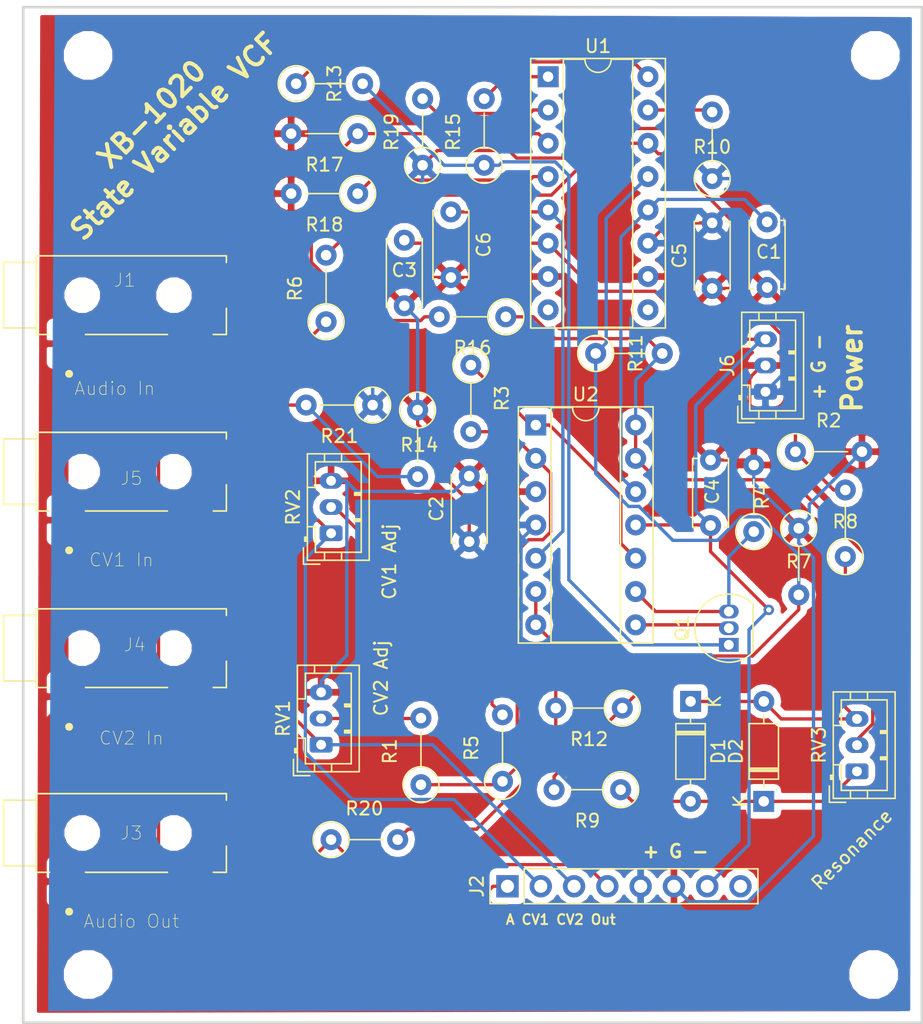
<source format=kicad_pcb>
(kicad_pcb (version 20171130) (host pcbnew "(5.0.1)-rc2")
  (layers (0 F.Cu signal) (31 B.Cu signal) (34 B.Paste user) (35 F.Paste user) (36 B.SilkS user) (37 F.SilkS user) (38 B.Mask user) (39 F.Mask user) (44 Edge.Cuts user))
  (net 0 "")
  (net 1 GND)
  (net 2 "Net-(C1-Pad1)")
  (net 3 +9V)
  (net 4 -9V)
  (net 5 "Net-(C6-Pad1)")
  (net 6 "Net-(D1-Pad1)")
  (net 7 "Net-(D1-Pad2)")
  (net 8 AudioIn)
  (net 9 Out1)
  (net 10 CV_In2)
  (net 11 CV_In1)
  (net 12 "Net-(Q1-Pad2)")
  (net 13 "Net-(Q1-Pad3)")
  (net 14 "Net-(Q1-Pad1)")
  (net 15 "Net-(R1-Pad1)")
  (net 16 "Net-(R1-Pad2)")
  (net 17 "Net-(R2-Pad1)")
  (net 18 "Net-(R3-Pad1)")
  (net 19 "Net-(R5-Pad2)")
  (net 20 "Net-(R11-Pad1)")
  (net 21 "Net-(R10-Pad2)")
  (net 22 "Net-(R11-Pad2)")
  (net 23 "Net-(R12-Pad2)")
  (net 24 "Net-(R13-Pad1)")
  (net 25 "Net-(J5-PadTN)")
  (net 26 "Net-(R15-Pad2)")
  (net 27 "Net-(R16-Pad2)")
  (net 28 "Net-(R18-Pad1)")
  (net 29 "Net-(R19-Pad2)")
  (net 30 "Net-(U1-Pad9)")
  (net 31 "Net-(U1-Pad8)")
  (net 32 "Net-(J4-PadTN)")
  (net 33 "Net-(J1-PadTN)")
  (net 34 "Net-(J3-PadTN)")
  (net 35 "Net-(J2-Pad8)")
  (module MountingHole:MountingHole_2.7mm_M2.5_ISO7380 (layer F.Cu) (at 82.423 69.723 90)
    (fp_text reference REF** hide)
    (fp_text value MountingHole_2.7mm_M2.5_ISO7380)
    (pad 1 np_thru_hole circle (at 0 0 90) (size 2.7 2.7) (drill 2.7) (layers *.Cu *.Mask))
  )
  (module MountingHole:MountingHole_2.7mm_M2.5_ISO7380 (layer F.Cu) (at 142.494 69.723 90)
    (fp_text reference REF** hide)
    (fp_text value MountingHole_2.7mm_M2.5_ISO7380)
    (pad 1 np_thru_hole circle (at 0 0 90) (size 2.7 2.7) (drill 2.7) (layers *.Cu *.Mask))
  )
  (module MountingHole:MountingHole_2.7mm_M2.5_ISO7380 (layer F.Cu) (at 142.367 139.827 90)
    (fp_text reference REF** hide)
    (fp_text value MountingHole_2.7mm_M2.5_ISO7380)
    (pad 1 np_thru_hole circle (at 0 0 90) (size 2.7 2.7) (drill 2.7) (layers *.Cu *.Mask))
  )
  (module Connector_JST:JST_PH_B3B-PH-K_1x03_P2.00mm_Vertical (layer F.Cu) (at 134.112 95.377 90)
    (fp_text reference J6 (at 2 -2.9 90) (layer F.SilkS))
    (fp_text value Conn_01x03_Female)
    (pad 1 thru_hole roundrect (at 0 0 90) (size 1.2 1.75) (drill 0.75) (layers *.Cu *.Mask) (roundrect_rratio 0.208333) (net 3 +9V))
    (pad 2 thru_hole oval (at 2 0 90) (size 1.2 1.75) (drill 0.75) (layers *.Cu *.Mask) (net 1 GND))
    (pad 3 thru_hole oval (at 4 0 90) (size 1.2 1.75) (drill 0.75) (layers *.Cu *.Mask) (net 4 -9V))
  )
  (module Connector_PinHeader_2.54mm:PinHeader_1x08_P2.54mm_Vertical (layer F.Cu) (at 114.427 133.096 90)
    (fp_text reference J2 (at 0 -2.33 90) (layer F.SilkS))
    (fp_text value TestPoints)
    (pad 1 thru_hole rect (at 0 0 90) (size 1.7 1.7) (drill 1) (layers *.Cu *.Mask) (net 8 AudioIn))
    (pad 2 thru_hole oval (at 0 2.54 90) (size 1.7 1.7) (drill 1) (layers *.Cu *.Mask) (net 11 CV_In1))
    (pad 3 thru_hole oval (at 0 5.08 90) (size 1.7 1.7) (drill 1) (layers *.Cu *.Mask) (net 10 CV_In2))
    (pad 4 thru_hole oval (at 0 7.62 90) (size 1.7 1.7) (drill 1) (layers *.Cu *.Mask) (net 9 Out1))
    (pad 5 thru_hole oval (at 0 10.16 90) (size 1.7 1.7) (drill 1) (layers *.Cu *.Mask) (net 3 +9V))
    (pad 6 thru_hole oval (at 0 12.7 90) (size 1.7 1.7) (drill 1) (layers *.Cu *.Mask) (net 1 GND))
    (pad 7 thru_hole oval (at 0 15.24 90) (size 1.7 1.7) (drill 1) (layers *.Cu *.Mask) (net 4 -9V))
    (pad 8 thru_hole oval (at 0 17.78 90) (size 1.7 1.7) (drill 1) (layers *.Cu *.Mask) (net 35 "Net-(J2-Pad8)"))
  )
  (module SJ2-3592B-SMT-TR:CUI_SJ2-3592B-SMT-TR (layer F.Cu) (at 85.725 88.011)
    (fp_text reference J1 (at -0.508 -1.143) (layer F.SilkS) (effects (font (size 1.00194 1.00194) (thickness 0.05))))
    (fp_text value "Audio In" (at -1.27 7.112) (layer F.SilkS) (effects (font (size 1.00016 1.00016) (thickness 0.05))))
    (pad Hole np_thru_hole circle (at 3.25 0) (size 1.7 1.7) (drill 1.7) (layers *.Cu *.Mask F.SilkS))
    (pad Hole np_thru_hole circle (at -3.75 0) (size 1.7 1.7) (drill 1.7) (layers *.Cu *.Mask F.SilkS))
    (pad TN smd rect (at 8.55 -0.75) (size 2.6 2.8) (layers F.Cu F.Paste F.Mask) (net 33 "Net-(J1-PadTN)"))
    (pad T smd rect (at 4.55 3.7) (size 2.8 2.8) (layers F.Cu F.Paste F.Mask) (net 8 AudioIn))
    (pad S smd rect (at -4.85 3.7) (size 2.2 2.8) (layers F.Cu F.Paste F.Mask) (net 1 GND))
  )
  (module SJ2-3592B-SMT-TR:CUI_SJ2-3592B-SMT-TR (layer F.Cu) (at 85.725 101.473)
    (fp_text reference J5 (at 0 0.508) (layer F.SilkS) (effects (font (size 1.00194 1.00194) (thickness 0.05))))
    (fp_text value "CV1 In" (at -0.762 6.731) (layer F.SilkS) (effects (font (size 1.00016 1.00016) (thickness 0.05))))
    (pad S smd rect (at -4.85 3.7) (size 2.2 2.8) (layers F.Cu F.Paste F.Mask) (net 1 GND))
    (pad T smd rect (at 4.55 3.7) (size 2.8 2.8) (layers F.Cu F.Paste F.Mask) (net 11 CV_In1))
    (pad TN smd rect (at 8.55 -0.75) (size 2.6 2.8) (layers F.Cu F.Paste F.Mask) (net 25 "Net-(J5-PadTN)"))
    (pad Hole np_thru_hole circle (at -3.75 0) (size 1.7 1.7) (drill 1.7) (layers *.Cu *.Mask F.SilkS))
    (pad Hole np_thru_hole circle (at 3.25 0) (size 1.7 1.7) (drill 1.7) (layers *.Cu *.Mask F.SilkS))
  )
  (module SJ2-3592B-SMT-TR:CUI_SJ2-3592B-SMT-TR (layer F.Cu) (at 85.725 114.935)
    (fp_text reference J4 (at 0.254 -0.254) (layer F.SilkS) (effects (font (size 1.00194 1.00194) (thickness 0.05))))
    (fp_text value "CV2 In" (at 0 6.858) (layer F.SilkS) (effects (font (size 1.00016 1.00016) (thickness 0.05))))
    (pad Hole np_thru_hole circle (at 3.25 0) (size 1.7 1.7) (drill 1.7) (layers *.Cu *.Mask F.SilkS))
    (pad Hole np_thru_hole circle (at -3.75 0) (size 1.7 1.7) (drill 1.7) (layers *.Cu *.Mask F.SilkS))
    (pad TN smd rect (at 8.55 -0.75) (size 2.6 2.8) (layers F.Cu F.Paste F.Mask) (net 32 "Net-(J4-PadTN)"))
    (pad T smd rect (at 4.55 3.7) (size 2.8 2.8) (layers F.Cu F.Paste F.Mask) (net 10 CV_In2))
    (pad S smd rect (at -4.85 3.7) (size 2.2 2.8) (layers F.Cu F.Paste F.Mask) (net 1 GND))
  )
  (module SJ2-3592B-SMT-TR:CUI_SJ2-3592B-SMT-TR (layer F.Cu) (at 85.725 129.032)
    (fp_text reference J3 (at 0 0) (layer F.SilkS) (effects (font (size 1.00194 1.00194) (thickness 0.05))))
    (fp_text value "Audio Out" (at 0 6.731) (layer F.SilkS) (effects (font (size 1.00016 1.00016) (thickness 0.05))))
    (pad S smd rect (at -4.85 3.7) (size 2.2 2.8) (layers F.Cu F.Paste F.Mask) (net 1 GND))
    (pad T smd rect (at 4.55 3.7) (size 2.8 2.8) (layers F.Cu F.Paste F.Mask) (net 9 Out1))
    (pad TN smd rect (at 8.55 -0.75) (size 2.6 2.8) (layers F.Cu F.Paste F.Mask) (net 34 "Net-(J3-PadTN)"))
    (pad Hole np_thru_hole circle (at -3.75 0) (size 1.7 1.7) (drill 1.7) (layers *.Cu *.Mask F.SilkS))
    (pad Hole np_thru_hole circle (at 3.25 0) (size 1.7 1.7) (drill 1.7) (layers *.Cu *.Mask F.SilkS))
  )
  (module Capacitor_THT:C_Disc_D5.0mm_W2.5mm_P5.00mm (layer F.Cu) (at 110.109 81.661 270)
    (fp_text reference C6 (at 2.5 -2.5 270) (layer F.SilkS))
    (fp_text value 2.2nF)
    (pad 2 thru_hole circle (at 5 0 270) (size 1.6 1.6) (drill 0.8) (layers *.Cu *.Mask) (net 1 GND))
    (pad 1 thru_hole circle (at 0 0 270) (size 1.6 1.6) (drill 0.8) (layers *.Cu *.Mask) (net 5 "Net-(C6-Pad1)"))
  )
  (module Capacitor_THT:C_Disc_D5.0mm_W2.5mm_P5.00mm (layer F.Cu) (at 130.048 87.503 90)
    (fp_text reference C5 (at 2.5 -2.5 90) (layer F.SilkS))
    (fp_text value 100nF)
    (pad 1 thru_hole circle (at 0 0 90) (size 1.6 1.6) (drill 0.8) (layers *.Cu *.Mask) (net 1 GND))
    (pad 2 thru_hole circle (at 5 0 90) (size 1.6 1.6) (drill 0.8) (layers *.Cu *.Mask) (net 3 +9V))
  )
  (module Capacitor_THT:C_Disc_D5.0mm_W2.5mm_P5.00mm (layer F.Cu) (at 129.921 100.584 270)
    (fp_text reference C4 (at 2.413 -0.127 270) (layer F.SilkS))
    (fp_text value 100nF)
    (pad 2 thru_hole circle (at 5 0 270) (size 1.6 1.6) (drill 0.8) (layers *.Cu *.Mask) (net 4 -9V))
    (pad 1 thru_hole circle (at 0 0 270) (size 1.6 1.6) (drill 0.8) (layers *.Cu *.Mask) (net 1 GND))
  )
  (module Capacitor_THT:C_Disc_D5.0mm_W2.5mm_P5.00mm (layer F.Cu) (at 106.553 83.82 270)
    (fp_text reference C3 (at 2.286 0) (layer F.SilkS))
    (fp_text value 100nF)
    (pad 1 thru_hole circle (at 0 0 270) (size 1.6 1.6) (drill 0.8) (layers *.Cu *.Mask) (net 4 -9V))
    (pad 2 thru_hole circle (at 5 0 270) (size 1.6 1.6) (drill 0.8) (layers *.Cu *.Mask) (net 1 GND))
  )
  (module Capacitor_THT:C_Disc_D5.0mm_W2.5mm_P5.00mm (layer F.Cu) (at 111.506 106.807 90)
    (fp_text reference C2 (at 2.5 -2.5 90) (layer F.SilkS))
    (fp_text value 100nF)
    (pad 2 thru_hole circle (at 5 0 90) (size 1.6 1.6) (drill 0.8) (layers *.Cu *.Mask) (net 1 GND))
    (pad 1 thru_hole circle (at 0 0 90) (size 1.6 1.6) (drill 0.8) (layers *.Cu *.Mask) (net 3 +9V))
  )
  (module Capacitor_THT:C_Disc_D5.0mm_W2.5mm_P5.00mm (layer F.Cu) (at 134.239 82.423 270)
    (fp_text reference C1 (at 2.286 -0.127) (layer F.SilkS))
    (fp_text value 2.2nF)
    (pad 1 thru_hole circle (at 0 0 270) (size 1.6 1.6) (drill 0.8) (layers *.Cu *.Mask) (net 2 "Net-(C1-Pad1)"))
    (pad 2 thru_hole circle (at 5 0 270) (size 1.6 1.6) (drill 0.8) (layers *.Cu *.Mask) (net 1 GND))
  )
  (module Diode_THT:D_DO-35_SOD27_P7.62mm_Horizontal (layer F.Cu) (at 128.397 118.999 270)
    (fp_text reference D1 (at 3.81 -2.12 270) (layer F.SilkS))
    (fp_text value 1N4148)
    (fp_text user K (at 0 -1.8 270) (layer F.SilkS))
    (pad 1 thru_hole rect (at 0 0 270) (size 1.6 1.6) (drill 0.8) (layers *.Cu *.Mask) (net 6 "Net-(D1-Pad1)"))
    (pad 2 thru_hole oval (at 7.62 0 270) (size 1.6 1.6) (drill 0.8) (layers *.Cu *.Mask) (net 7 "Net-(D1-Pad2)"))
  )
  (module Diode_THT:D_DO-35_SOD27_P7.62mm_Horizontal (layer F.Cu) (at 133.985 126.619 90)
    (fp_text reference D2 (at 3.81 -2.12 90) (layer F.SilkS))
    (fp_text value 1N4148)
    (fp_text user K (at 0 -1.8 90) (layer F.SilkS))
    (pad 2 thru_hole oval (at 7.62 0 90) (size 1.6 1.6) (drill 0.8) (layers *.Cu *.Mask) (net 6 "Net-(D1-Pad1)"))
    (pad 1 thru_hole rect (at 0 0 90) (size 1.6 1.6) (drill 0.8) (layers *.Cu *.Mask) (net 7 "Net-(D1-Pad2)"))
  )
  (module Package_TO_SOT_THT:TO-92_Inline (layer F.Cu) (at 131.318 114.681 90)
    (fp_text reference Q1 (at 1.27 -3.56 90) (layer F.SilkS))
    (fp_text value BC559)
    (pad 2 thru_hole oval (at 1.27 0 90) (size 1.05 1.5) (drill 0.75) (layers *.Cu *.Mask) (net 12 "Net-(Q1-Pad2)"))
    (pad 3 thru_hole oval (at 2.54 0 90) (size 1.05 1.5) (drill 0.75) (layers *.Cu *.Mask) (net 13 "Net-(Q1-Pad3)"))
    (pad 1 thru_hole rect (at 0 0 90) (size 1.05 1.5) (drill 0.75) (layers *.Cu *.Mask) (net 14 "Net-(Q1-Pad1)"))
  )
  (module Resistor_THT:R_Axial_DIN0207_L6.3mm_D2.5mm_P5.08mm_Vertical (layer F.Cu) (at 107.823 125.349 90)
    (fp_text reference R1 (at 2.54 -2.37 90) (layer F.SilkS))
    (fp_text value 47K)
    (pad 1 thru_hole circle (at 0 0 90) (size 1.6 1.6) (drill 0.8) (layers *.Cu *.Mask) (net 15 "Net-(R1-Pad1)"))
    (pad 2 thru_hole oval (at 5.08 0 90) (size 1.6 1.6) (drill 0.8) (layers *.Cu *.Mask) (net 16 "Net-(R1-Pad2)"))
  )
  (module Resistor_THT:R_Axial_DIN0207_L6.3mm_D2.5mm_P5.08mm_Vertical (layer F.Cu) (at 136.398 99.949)
    (fp_text reference R2 (at 2.54 -2.37) (layer F.SilkS))
    (fp_text value 1K)
    (pad 1 thru_hole circle (at 0 0) (size 1.6 1.6) (drill 0.8) (layers *.Cu *.Mask) (net 17 "Net-(R2-Pad1)"))
    (pad 2 thru_hole oval (at 5.08 0) (size 1.6 1.6) (drill 0.8) (layers *.Cu *.Mask) (net 1 GND))
  )
  (module Resistor_THT:R_Axial_DIN0207_L6.3mm_D2.5mm_P5.08mm_Vertical (layer F.Cu) (at 111.633 93.345 270)
    (fp_text reference R3 (at 2.54 -2.37 270) (layer F.SilkS))
    (fp_text value 47K)
    (pad 1 thru_hole circle (at 0 0 270) (size 1.6 1.6) (drill 0.8) (layers *.Cu *.Mask) (net 18 "Net-(R3-Pad1)"))
    (pad 2 thru_hole oval (at 5.08 0 270) (size 1.6 1.6) (drill 0.8) (layers *.Cu *.Mask) (net 15 "Net-(R1-Pad1)"))
  )
  (module Resistor_THT:R_Axial_DIN0207_L6.3mm_D2.5mm_P5.08mm_Vertical (layer F.Cu) (at 133.223 106.045 90)
    (fp_text reference R4 (at 2.667 0.635 90) (layer F.SilkS))
    (fp_text value 3.9K)
    (pad 2 thru_hole oval (at 5.08 0 90) (size 1.6 1.6) (drill 0.8) (layers *.Cu *.Mask) (net 1 GND))
    (pad 1 thru_hole circle (at 0 0 90) (size 1.6 1.6) (drill 0.8) (layers *.Cu *.Mask) (net 13 "Net-(Q1-Pad3)"))
  )
  (module Resistor_THT:R_Axial_DIN0207_L6.3mm_D2.5mm_P5.08mm_Vertical (layer F.Cu) (at 114.046 125.095 90)
    (fp_text reference R5 (at 2.54 -2.37 90) (layer F.SilkS))
    (fp_text value 47K)
    (pad 2 thru_hole oval (at 5.08 0 90) (size 1.6 1.6) (drill 0.8) (layers *.Cu *.Mask) (net 19 "Net-(R5-Pad2)"))
    (pad 1 thru_hole circle (at 0 0 90) (size 1.6 1.6) (drill 0.8) (layers *.Cu *.Mask) (net 15 "Net-(R1-Pad1)"))
  )
  (module Resistor_THT:R_Axial_DIN0207_L6.3mm_D2.5mm_P5.08mm_Vertical (layer F.Cu) (at 100.584 90.043 90)
    (fp_text reference R6 (at 2.54 -2.37 90) (layer F.SilkS))
    (fp_text value 10K)
    (pad 2 thru_hole oval (at 5.08 0 90) (size 1.6 1.6) (drill 0.8) (layers *.Cu *.Mask) (net 17 "Net-(R2-Pad1)"))
    (pad 1 thru_hole circle (at 0 0 90) (size 1.6 1.6) (drill 0.8) (layers *.Cu *.Mask) (net 8 AudioIn))
  )
  (module Resistor_THT:R_Axial_DIN0207_L6.3mm_D2.5mm_P5.08mm_Vertical (layer F.Cu) (at 136.652 105.791 270)
    (fp_text reference R7 (at 2.54 0) (layer F.SilkS))
    (fp_text value 1K)
    (pad 2 thru_hole oval (at 5.08 0 270) (size 1.6 1.6) (drill 0.8) (layers *.Cu *.Mask) (net 20 "Net-(R11-Pad1)"))
    (pad 1 thru_hole circle (at 0 0 270) (size 1.6 1.6) (drill 0.8) (layers *.Cu *.Mask) (net 1 GND))
  )
  (module Resistor_THT:R_Axial_DIN0207_L6.3mm_D2.5mm_P5.08mm_Vertical (layer F.Cu) (at 140.208 107.95 90)
    (fp_text reference R8 (at 2.667 0 180) (layer F.SilkS))
    (fp_text value 10K)
    (pad 2 thru_hole oval (at 5.08 0 90) (size 1.6 1.6) (drill 0.8) (layers *.Cu *.Mask) (net 17 "Net-(R2-Pad1)"))
    (pad 1 thru_hole circle (at 0 0 90) (size 1.6 1.6) (drill 0.8) (layers *.Cu *.Mask) (net 6 "Net-(D1-Pad1)"))
  )
  (module Resistor_THT:R_Axial_DIN0207_L6.3mm_D2.5mm_P5.08mm_Vertical (layer F.Cu) (at 123.063 125.73 180)
    (fp_text reference R9 (at 2.54 -2.37 180) (layer F.SilkS))
    (fp_text value 10K)
    (pad 1 thru_hole circle (at 0 0 180) (size 1.6 1.6) (drill 0.8) (layers *.Cu *.Mask) (net 7 "Net-(D1-Pad2)"))
    (pad 2 thru_hole oval (at 5.08 0 180) (size 1.6 1.6) (drill 0.8) (layers *.Cu *.Mask) (net 20 "Net-(R11-Pad1)"))
  )
  (module Resistor_THT:R_Axial_DIN0207_L6.3mm_D2.5mm_P5.08mm_Vertical (layer F.Cu) (at 130.048 79.121 90)
    (fp_text reference R10 (at 2.413 0 180) (layer F.SilkS))
    (fp_text value 10K)
    (pad 1 thru_hole circle (at 0 0 90) (size 1.6 1.6) (drill 0.8) (layers *.Cu *.Mask) (net 3 +9V))
    (pad 2 thru_hole oval (at 5.08 0 90) (size 1.6 1.6) (drill 0.8) (layers *.Cu *.Mask) (net 21 "Net-(R10-Pad2)"))
  )
  (module Resistor_THT:R_Axial_DIN0207_L6.3mm_D2.5mm_P5.08mm_Vertical (layer F.Cu) (at 121.158 92.456)
    (fp_text reference R11 (at 3.048 0 90) (layer F.SilkS))
    (fp_text value 22K)
    (pad 1 thru_hole circle (at 0 0) (size 1.6 1.6) (drill 0.8) (layers *.Cu *.Mask) (net 20 "Net-(R11-Pad1)"))
    (pad 2 thru_hole oval (at 5.08 0) (size 1.6 1.6) (drill 0.8) (layers *.Cu *.Mask) (net 22 "Net-(R11-Pad2)"))
  )
  (module Resistor_THT:R_Axial_DIN0207_L6.3mm_D2.5mm_P5.08mm_Vertical (layer F.Cu) (at 123.19 119.507 180)
    (fp_text reference R12 (at 2.54 -2.37 180) (layer F.SilkS))
    (fp_text value 22K)
    (pad 2 thru_hole oval (at 5.08 0 180) (size 1.6 1.6) (drill 0.8) (layers *.Cu *.Mask) (net 23 "Net-(R12-Pad2)"))
    (pad 1 thru_hole circle (at 0 0 180) (size 1.6 1.6) (drill 0.8) (layers *.Cu *.Mask) (net 20 "Net-(R11-Pad1)"))
  )
  (module Resistor_THT:R_Axial_DIN0207_L6.3mm_D2.5mm_P5.08mm_Vertical (layer F.Cu) (at 98.298 71.882)
    (fp_text reference R13 (at 2.921 0 90) (layer F.SilkS))
    (fp_text value 1K)
    (pad 1 thru_hole circle (at 0 0) (size 1.6 1.6) (drill 0.8) (layers *.Cu *.Mask) (net 24 "Net-(R13-Pad1)"))
    (pad 2 thru_hole oval (at 5.08 0) (size 1.6 1.6) (drill 0.8) (layers *.Cu *.Mask) (net 14 "Net-(Q1-Pad1)"))
  )
  (module Resistor_THT:R_Axial_DIN0207_L6.3mm_D2.5mm_P5.08mm_Vertical (layer F.Cu) (at 107.569 96.774 270)
    (fp_text reference R14 (at 2.667 -0.127) (layer F.SilkS))
    (fp_text value 100K)
    (pad 1 thru_hole circle (at 0 0 270) (size 1.6 1.6) (drill 0.8) (layers *.Cu *.Mask) (net 1 GND))
    (pad 2 thru_hole oval (at 5.08 0 270) (size 1.6 1.6) (drill 0.8) (layers *.Cu *.Mask) (net 25 "Net-(J5-PadTN)"))
  )
  (module Resistor_THT:R_Axial_DIN0207_L6.3mm_D2.5mm_P5.08mm_Vertical (layer F.Cu) (at 112.649 78.105 90)
    (fp_text reference R15 (at 2.54 -2.37 90) (layer F.SilkS))
    (fp_text value 1K)
    (pad 2 thru_hole oval (at 5.08 0 90) (size 1.6 1.6) (drill 0.8) (layers *.Cu *.Mask) (net 26 "Net-(R15-Pad2)"))
    (pad 1 thru_hole circle (at 0 0 90) (size 1.6 1.6) (drill 0.8) (layers *.Cu *.Mask) (net 14 "Net-(Q1-Pad1)"))
  )
  (module Resistor_THT:R_Axial_DIN0207_L6.3mm_D2.5mm_P5.08mm_Vertical (layer F.Cu) (at 114.3 89.662 180)
    (fp_text reference R16 (at 2.54 -2.37 180) (layer F.SilkS))
    (fp_text value 22K)
    (pad 2 thru_hole oval (at 5.08 0 180) (size 1.6 1.6) (drill 0.8) (layers *.Cu *.Mask) (net 27 "Net-(R16-Pad2)"))
    (pad 1 thru_hole circle (at 0 0 180) (size 1.6 1.6) (drill 0.8) (layers *.Cu *.Mask) (net 22 "Net-(R11-Pad2)"))
  )
  (module Resistor_THT:R_Axial_DIN0207_L6.3mm_D2.5mm_P5.08mm_Vertical (layer F.Cu) (at 102.997 75.692 180)
    (fp_text reference R17 (at 2.54 -2.37 180) (layer F.SilkS))
    (fp_text value 1K)
    (pad 2 thru_hole oval (at 5.08 0 180) (size 1.6 1.6) (drill 0.8) (layers *.Cu *.Mask) (net 1 GND))
    (pad 1 thru_hole circle (at 0 0 180) (size 1.6 1.6) (drill 0.8) (layers *.Cu *.Mask) (net 27 "Net-(R16-Pad2)"))
  )
  (module Resistor_THT:R_Axial_DIN0207_L6.3mm_D2.5mm_P5.08mm_Vertical (layer F.Cu) (at 102.997 80.264 180)
    (fp_text reference R18 (at 2.54 -2.37 180) (layer F.SilkS))
    (fp_text value 1K)
    (pad 1 thru_hole circle (at 0 0 180) (size 1.6 1.6) (drill 0.8) (layers *.Cu *.Mask) (net 28 "Net-(R18-Pad1)"))
    (pad 2 thru_hole oval (at 5.08 0 180) (size 1.6 1.6) (drill 0.8) (layers *.Cu *.Mask) (net 1 GND))
  )
  (module Resistor_THT:R_Axial_DIN0207_L6.3mm_D2.5mm_P5.08mm_Vertical (layer F.Cu) (at 107.95 78.105 90)
    (fp_text reference R19 (at 2.54 -2.37 90) (layer F.SilkS))
    (fp_text value 10K)
    (pad 1 thru_hole circle (at 0 0 90) (size 1.6 1.6) (drill 0.8) (layers *.Cu *.Mask) (net 3 +9V))
    (pad 2 thru_hole oval (at 5.08 0 90) (size 1.6 1.6) (drill 0.8) (layers *.Cu *.Mask) (net 29 "Net-(R19-Pad2)"))
  )
  (module Resistor_THT:R_Axial_DIN0207_L6.3mm_D2.5mm_P5.08mm_Vertical (layer F.Cu) (at 100.965 129.54)
    (fp_text reference R20 (at 2.54 -2.37) (layer F.SilkS))
    (fp_text value 1K)
    (pad 1 thru_hole circle (at 0 0) (size 1.6 1.6) (drill 0.8) (layers *.Cu *.Mask) (net 9 Out1))
    (pad 2 thru_hole oval (at 5.08 0) (size 1.6 1.6) (drill 0.8) (layers *.Cu *.Mask) (net 23 "Net-(R12-Pad2)"))
  )
  (module Resistor_THT:R_Axial_DIN0207_L6.3mm_D2.5mm_P5.08mm_Vertical (layer F.Cu) (at 104.14 96.393 180)
    (fp_text reference R21 (at 2.54 -2.37 180) (layer F.SilkS))
    (fp_text value 50K)
    (pad 2 thru_hole oval (at 5.08 0 180) (size 1.6 1.6) (drill 0.8) (layers *.Cu *.Mask) (net 25 "Net-(J5-PadTN)"))
    (pad 1 thru_hole circle (at 0 0 180) (size 1.6 1.6) (drill 0.8) (layers *.Cu *.Mask) (net 3 +9V))
  )
  (module Connector_JST:JST_PH_B3B-PH-K_1x03_P2.00mm_Vertical (layer F.Cu) (at 100.203 122.301 90)
    (fp_text reference RV1 (at 2 -2.9 90) (layer F.SilkS))
    (fp_text value 100K_CV2)
    (pad 1 thru_hole roundrect (at 0 0 90) (size 1.2 1.75) (drill 0.75) (layers *.Cu *.Mask) (roundrect_rratio 0.208333) (net 10 CV_In2))
    (pad 2 thru_hole oval (at 2 0 90) (size 1.2 1.75) (drill 0.75) (layers *.Cu *.Mask) (net 16 "Net-(R1-Pad2)"))
    (pad 3 thru_hole oval (at 4 0 90) (size 1.2 1.75) (drill 0.75) (layers *.Cu *.Mask) (net 1 GND))
  )
  (module Connector_JST:JST_PH_B3B-PH-K_1x03_P2.00mm_Vertical (layer F.Cu) (at 100.965 106.172 90)
    (fp_text reference RV2 (at 2 -2.9 90) (layer F.SilkS))
    (fp_text value 100K_CV1)
    (pad 1 thru_hole roundrect (at 0 0 90) (size 1.2 1.75) (drill 0.75) (layers *.Cu *.Mask) (roundrect_rratio 0.208333) (net 11 CV_In1))
    (pad 2 thru_hole oval (at 2 0 90) (size 1.2 1.75) (drill 0.75) (layers *.Cu *.Mask) (net 19 "Net-(R5-Pad2)"))
    (pad 3 thru_hole oval (at 4 0 90) (size 1.2 1.75) (drill 0.75) (layers *.Cu *.Mask) (net 1 GND))
  )
  (module Connector_JST:JST_PH_B3B-PH-K_1x03_P2.00mm_Vertical (layer F.Cu) (at 141.097 124.333 90)
    (fp_text reference RV3 (at 2 -2.9 90) (layer F.SilkS))
    (fp_text value 100K)
    (pad 3 thru_hole oval (at 4 0 90) (size 1.2 1.75) (drill 0.75) (layers *.Cu *.Mask) (net 6 "Net-(D1-Pad1)"))
    (pad 2 thru_hole oval (at 2 0 90) (size 1.2 1.75) (drill 0.75) (layers *.Cu *.Mask) (net 22 "Net-(R11-Pad2)"))
    (pad 1 thru_hole roundrect (at 0 0 90) (size 1.2 1.75) (drill 0.75) (layers *.Cu *.Mask) (roundrect_rratio 0.208333) (net 7 "Net-(D1-Pad2)"))
  )
  (module Package_DIP:DIP-16_W7.62mm_Socket (layer F.Cu) (at 117.526001 71.348001)
    (fp_text reference U1 (at 3.81 -2.33) (layer F.SilkS))
    (fp_text value LM13700)
    (pad 1 thru_hole rect (at 0 0) (size 1.6 1.6) (drill 0.8) (layers *.Cu *.Mask) (net 26 "Net-(R15-Pad2)"))
    (pad 9 thru_hole oval (at 7.62 17.78) (size 1.6 1.6) (drill 0.8) (layers *.Cu *.Mask) (net 30 "Net-(U1-Pad9)"))
    (pad 2 thru_hole oval (at 0 2.54) (size 1.6 1.6) (drill 0.8) (layers *.Cu *.Mask) (net 29 "Net-(R19-Pad2)"))
    (pad 10 thru_hole oval (at 7.62 15.24) (size 1.6 1.6) (drill 0.8) (layers *.Cu *.Mask) (net 1 GND))
    (pad 3 thru_hole oval (at 0 5.08) (size 1.6 1.6) (drill 0.8) (layers *.Cu *.Mask) (net 27 "Net-(R16-Pad2)"))
    (pad 11 thru_hole oval (at 7.62 12.7) (size 1.6 1.6) (drill 0.8) (layers *.Cu *.Mask) (net 3 +9V))
    (pad 4 thru_hole oval (at 0 7.62) (size 1.6 1.6) (drill 0.8) (layers *.Cu *.Mask) (net 28 "Net-(R18-Pad1)"))
    (pad 12 thru_hole oval (at 7.62 10.16) (size 1.6 1.6) (drill 0.8) (layers *.Cu *.Mask) (net 2 "Net-(C1-Pad1)"))
    (pad 5 thru_hole oval (at 0 10.16) (size 1.6 1.6) (drill 0.8) (layers *.Cu *.Mask) (net 5 "Net-(C6-Pad1)"))
    (pad 13 thru_hole oval (at 7.62 7.62) (size 1.6 1.6) (drill 0.8) (layers *.Cu *.Mask) (net 20 "Net-(R11-Pad1)"))
    (pad 6 thru_hole oval (at 0 12.7) (size 1.6 1.6) (drill 0.8) (layers *.Cu *.Mask) (net 4 -9V))
    (pad 14 thru_hole oval (at 7.62 5.08) (size 1.6 1.6) (drill 0.8) (layers *.Cu *.Mask) (net 17 "Net-(R2-Pad1)"))
    (pad 7 thru_hole oval (at 0 15.24) (size 1.6 1.6) (drill 0.8) (layers *.Cu *.Mask) (net 1 GND))
    (pad 15 thru_hole oval (at 7.62 2.54) (size 1.6 1.6) (drill 0.8) (layers *.Cu *.Mask) (net 21 "Net-(R10-Pad2)"))
    (pad 8 thru_hole oval (at 0 17.78) (size 1.6 1.6) (drill 0.8) (layers *.Cu *.Mask) (net 31 "Net-(U1-Pad8)"))
    (pad 16 thru_hole oval (at 7.62 0) (size 1.6 1.6) (drill 0.8) (layers *.Cu *.Mask) (net 24 "Net-(R13-Pad1)"))
  )
  (module Package_DIP:DIP-14_W7.62mm_Socket (layer F.Cu) (at 116.586 97.917)
    (fp_text reference U2 (at 3.81 -2.33) (layer F.SilkS))
    (fp_text value LM324)
    (pad 1 thru_hole rect (at 0 0) (size 1.6 1.6) (drill 0.8) (layers *.Cu *.Mask) (net 18 "Net-(R3-Pad1)"))
    (pad 8 thru_hole oval (at 7.62 15.24) (size 1.6 1.6) (drill 0.8) (layers *.Cu *.Mask) (net 12 "Net-(Q1-Pad2)"))
    (pad 2 thru_hole oval (at 0 2.54) (size 1.6 1.6) (drill 0.8) (layers *.Cu *.Mask) (net 15 "Net-(R1-Pad1)"))
    (pad 9 thru_hole oval (at 7.62 12.7) (size 1.6 1.6) (drill 0.8) (layers *.Cu *.Mask) (net 13 "Net-(Q1-Pad3)"))
    (pad 3 thru_hole oval (at 0 5.08) (size 1.6 1.6) (drill 0.8) (layers *.Cu *.Mask) (net 1 GND))
    (pad 10 thru_hole oval (at 7.62 10.16) (size 1.6 1.6) (drill 0.8) (layers *.Cu *.Mask) (net 18 "Net-(R3-Pad1)"))
    (pad 4 thru_hole oval (at 0 7.62) (size 1.6 1.6) (drill 0.8) (layers *.Cu *.Mask) (net 3 +9V))
    (pad 11 thru_hole oval (at 7.62 7.62) (size 1.6 1.6) (drill 0.8) (layers *.Cu *.Mask) (net 4 -9V))
    (pad 5 thru_hole oval (at 0 10.16) (size 1.6 1.6) (drill 0.8) (layers *.Cu *.Mask) (net 5 "Net-(C6-Pad1)"))
    (pad 12 thru_hole oval (at 7.62 5.08) (size 1.6 1.6) (drill 0.8) (layers *.Cu *.Mask) (net 2 "Net-(C1-Pad1)"))
    (pad 6 thru_hole oval (at 0 12.7) (size 1.6 1.6) (drill 0.8) (layers *.Cu *.Mask) (net 23 "Net-(R12-Pad2)"))
    (pad 13 thru_hole oval (at 7.62 2.54) (size 1.6 1.6) (drill 0.8) (layers *.Cu *.Mask) (net 22 "Net-(R11-Pad2)"))
    (pad 7 thru_hole oval (at 0 15.24) (size 1.6 1.6) (drill 0.8) (layers *.Cu *.Mask) (net 23 "Net-(R12-Pad2)"))
    (pad 14 thru_hole oval (at 7.62 0) (size 1.6 1.6) (drill 0.8) (layers *.Cu *.Mask) (net 22 "Net-(R11-Pad2)"))
  )
  (module MountingHole:MountingHole_2.7mm_M2.5_ISO7380 (layer F.Cu) (at 82.423 139.827 90)
    (fp_text reference REF** hide)
    (fp_text value MountingHole_2.7mm_M2.5_ISO7380)
    (pad 1 np_thru_hole circle (at 0 0 90) (size 2.7 2.7) (drill 2.7) (layers *.Cu *.Mask))
  )
  (gr_text "CV2 Adj" (at 104.775 117.221 90) (layer F.SilkS) (effects (font (size 1 1))))
  (gr_text "CV1 Adj" (at 105.41 108.331 90) (layer F.SilkS) (effects (font (size 1 1))))
  (gr_text Resonance (at 140.716 130.302 45) (layer F.SilkS) (effects (font (size 1 1))))
  (gr_text "A CV1 CV2 Out" (at 118.491 135.636) (layer F.SilkS) (effects (font (size 0.75 0.74))))
  (gr_text "+ G -" (at 127.254 130.429) (layer F.SilkS) (effects (font (size 1 1) (thickness 0.2))))
  (gr_text "+ G -" (at 138.176 93.472 90) (layer F.SilkS) (effects (font (size 1 1) (thickness 0.2))))
  (gr_text Power (at 140.716 93.599 90) (layer F.SilkS) (effects (font (size 1.5 1.5) (thickness 0.3))))
  (gr_text "XB-1020\nState Variable VCF" (at 88.138 75.057 45) (layer F.SilkS) (effects (font (size 1.5 1.5) (thickness 0.3))))
  (gr_line (start 146.05 66.04) (end 77.47 66.04) (layer Edge.Cuts) (width 0.2))
  (gr_line (start 146.05 143.51) (end 146.05 66.04) (layer Edge.Cuts) (width 0.2))
  (gr_line (start 77.47 143.51) (end 146.05 143.51) (layer Edge.Cuts) (width 0.2))
  (gr_line (start 77.47 66.04) (end 77.47 143.51) (layer Edge.Cuts) (width 0.2))
  (segment (start 80.875 118.935) (end 80.875 118.635) (width 0.508) (layer F.Cu) (net 1))
  (segment (start 79.267 120.543) (end 80.875 118.935) (width 0.508) (layer F.Cu) (net 1))
  (segment (start 79.267 129.216) (end 79.267 120.543) (width 0.508) (layer F.Cu) (net 1))
  (segment (start 80.875 130.824) (end 79.267 129.216) (width 0.508) (layer F.Cu) (net 1))
  (segment (start 80.875 132.732) (end 80.875 130.824) (width 0.508) (layer F.Cu) (net 1))
  (segment (start 80.875 107.081) (end 80.875 105.173) (width 0.508) (layer F.Cu) (net 1))
  (segment (start 80.670999 107.285001) (end 80.875 107.081) (width 0.508) (layer F.Cu) (net 1))
  (segment (start 80.670999 116.522999) (end 80.670999 107.285001) (width 0.508) (layer F.Cu) (net 1))
  (segment (start 80.875 116.727) (end 80.670999 116.522999) (width 0.508) (layer F.Cu) (net 1))
  (segment (start 80.875 118.635) (end 80.875 116.727) (width 0.508) (layer F.Cu) (net 1))
  (segment (start 80.875 93.619) (end 80.875 91.711) (width 0.508) (layer F.Cu) (net 1))
  (segment (start 80.670999 93.823001) (end 80.875 93.619) (width 0.508) (layer F.Cu) (net 1))
  (segment (start 80.670999 103.060999) (end 80.670999 93.823001) (width 0.508) (layer F.Cu) (net 1))
  (segment (start 80.875 103.265) (end 80.670999 103.060999) (width 0.508) (layer F.Cu) (net 1))
  (segment (start 80.875 105.173) (end 80.875 103.265) (width 0.508) (layer F.Cu) (net 1))
  (segment (start 112.696 102.997) (end 116.586 102.997) (width 0.254) (layer F.Cu) (net 1))
  (segment (start 111.506 101.807) (end 112.696 102.997) (width 0.254) (layer F.Cu) (net 1))
  (segment (start 117.453002 86.661) (end 117.526001 86.588001) (width 0.254) (layer F.Cu) (net 1))
  (segment (start 110.109 86.661) (end 117.453002 86.661) (width 0.254) (layer F.Cu) (net 1))
  (segment (start 129.133001 86.588001) (end 125.146001 86.588001) (width 0.254) (layer F.Cu) (net 1))
  (segment (start 130.048 87.503) (end 129.133001 86.588001) (width 0.254) (layer F.Cu) (net 1))
  (segment (start 108.712 86.661) (end 106.553 88.82) (width 0.254) (layer F.Cu) (net 1))
  (segment (start 110.109 86.661) (end 108.712 86.661) (width 0.254) (layer F.Cu) (net 1))
  (segment (start 131.17937 87.503) (end 130.048 87.503) (width 0.254) (layer F.Cu) (net 1))
  (segment (start 131.82399 87.503) (end 131.17937 87.503) (width 0.254) (layer F.Cu) (net 1))
  (segment (start 135.31401 90.99302) (end 131.82399 87.503) (width 0.254) (layer F.Cu) (net 1))
  (segment (start 135.31401 93.30399) (end 135.31401 90.99302) (width 0.254) (layer F.Cu) (net 1))
  (segment (start 135.241 93.377) (end 135.31401 93.30399) (width 0.254) (layer F.Cu) (net 1))
  (segment (start 134.112 93.377) (end 135.241 93.377) (width 0.254) (layer F.Cu) (net 1))
  (segment (start 132.842 100.584) (end 133.223 100.965) (width 0.254) (layer F.Cu) (net 1))
  (segment (start 129.921 100.584) (end 132.842 100.584) (width 0.254) (layer F.Cu) (net 1))
  (segment (start 133.837 93.377) (end 134.112 93.377) (width 0.254) (layer F.Cu) (net 1))
  (segment (start 132.90999 94.30401) (end 133.837 93.377) (width 0.254) (layer F.Cu) (net 1))
  (segment (start 132.90999 99.52062) (end 132.90999 94.30401) (width 0.254) (layer F.Cu) (net 1))
  (segment (start 133.223 99.83363) (end 132.90999 99.52062) (width 0.254) (layer F.Cu) (net 1))
  (segment (start 133.223 100.965) (end 133.223 99.83363) (width 0.254) (layer F.Cu) (net 1))
  (segment (start 133.223 102.362) (end 136.652 105.791) (width 0.254) (layer B.Cu) (net 1))
  (segment (start 133.223 100.965) (end 133.223 102.362) (width 0.254) (layer B.Cu) (net 1))
  (segment (start 140.678001 100.748999) (end 141.478 99.949) (width 0.254) (layer B.Cu) (net 1))
  (segment (start 137.451999 103.975001) (end 140.678001 100.748999) (width 0.254) (layer B.Cu) (net 1))
  (segment (start 137.451999 104.991001) (end 137.451999 103.975001) (width 0.254) (layer B.Cu) (net 1))
  (segment (start 136.652 105.791) (end 137.451999 104.991001) (width 0.254) (layer B.Cu) (net 1))
  (segment (start 107.569 89.836) (end 106.553 88.82) (width 0.254) (layer B.Cu) (net 1))
  (segment (start 107.569 96.774) (end 107.569 89.836) (width 0.254) (layer B.Cu) (net 1))
  (segment (start 107.569 97.87) (end 107.569 96.774) (width 0.254) (layer F.Cu) (net 1))
  (segment (start 111.506 101.807) (end 107.569 97.87) (width 0.254) (layer F.Cu) (net 1))
  (segment (start 127.976999 133.945999) (end 127.127 133.096) (width 0.254) (layer B.Cu) (net 1))
  (segment (start 128.304001 134.273001) (end 127.976999 133.945999) (width 0.254) (layer B.Cu) (net 1))
  (segment (start 132.771961 134.273001) (end 128.304001 134.273001) (width 0.254) (layer B.Cu) (net 1))
  (segment (start 137.779001 129.265961) (end 132.771961 134.273001) (width 0.254) (layer B.Cu) (net 1))
  (segment (start 137.779001 108.049371) (end 137.779001 129.265961) (width 0.254) (layer B.Cu) (net 1))
  (segment (start 136.652 106.92237) (end 137.779001 108.049371) (width 0.254) (layer B.Cu) (net 1))
  (segment (start 136.652 105.791) (end 136.652 106.92237) (width 0.254) (layer B.Cu) (net 1))
  (segment (start 96.78563 80.264) (end 97.917 80.264) (width 0.254) (layer F.Cu) (net 1))
  (segment (start 93.676 80.264) (end 96.78563 80.264) (width 0.254) (layer F.Cu) (net 1))
  (segment (start 82.229 91.711) (end 93.676 80.264) (width 0.254) (layer F.Cu) (net 1))
  (segment (start 80.875 91.711) (end 82.229 91.711) (width 0.254) (layer F.Cu) (net 1))
  (segment (start 97.917 80.264) (end 97.917 75.692) (width 0.254) (layer F.Cu) (net 1))
  (segment (start 100.203 117.447) (end 100.203 118.301) (width 0.254) (layer B.Cu) (net 1))
  (segment (start 102.16701 115.48299) (end 100.203 117.447) (width 0.254) (layer B.Cu) (net 1))
  (segment (start 102.16701 102.24501) (end 102.16701 115.48299) (width 0.254) (layer B.Cu) (net 1))
  (segment (start 102.094 102.172) (end 102.16701 102.24501) (width 0.254) (layer B.Cu) (net 1))
  (segment (start 110.706001 102.606999) (end 111.506 101.807) (width 0.254) (layer B.Cu) (net 1))
  (segment (start 110.331999 102.981001) (end 110.706001 102.606999) (width 0.254) (layer B.Cu) (net 1))
  (segment (start 102.903001 102.981001) (end 110.331999 102.981001) (width 0.254) (layer B.Cu) (net 1))
  (segment (start 102.094 102.172) (end 102.903001 102.981001) (width 0.254) (layer B.Cu) (net 1))
  (segment (start 100.965 102.172) (end 102.094 102.172) (width 0.254) (layer B.Cu) (net 1))
  (segment (start 123.406001 102.197001) (end 124.206 102.997) (width 0.254) (layer B.Cu) (net 2))
  (segment (start 123.078999 101.869999) (end 123.406001 102.197001) (width 0.254) (layer B.Cu) (net 2))
  (segment (start 123.078999 83.575003) (end 123.078999 101.869999) (width 0.254) (layer B.Cu) (net 2))
  (segment (start 125.146001 81.508001) (end 123.078999 83.575003) (width 0.254) (layer B.Cu) (net 2))
  (segment (start 133.439001 81.623001) (end 134.239 82.423) (width 0.254) (layer B.Cu) (net 2))
  (segment (start 132.524002 80.708002) (end 133.439001 81.623001) (width 0.254) (layer B.Cu) (net 2))
  (segment (start 125.946 80.708002) (end 132.524002 80.708002) (width 0.254) (layer B.Cu) (net 2))
  (segment (start 125.146001 81.508001) (end 125.946 80.708002) (width 0.254) (layer B.Cu) (net 2))
  (segment (start 112.776 105.537) (end 116.586 105.537) (width 0.254) (layer F.Cu) (net 3))
  (segment (start 111.506 106.807) (end 112.776 105.537) (width 0.254) (layer F.Cu) (net 3))
  (segment (start 126.691002 82.503) (end 130.048 82.503) (width 0.254) (layer F.Cu) (net 3))
  (segment (start 125.146001 84.048001) (end 126.691002 82.503) (width 0.254) (layer F.Cu) (net 3))
  (segment (start 111.506 103.759) (end 111.506 106.807) (width 0.254) (layer F.Cu) (net 3))
  (segment (start 104.14 96.393) (end 111.506 103.759) (width 0.254) (layer F.Cu) (net 3))
  (segment (start 130.847999 83.302999) (end 130.048 82.503) (width 0.254) (layer B.Cu) (net 3))
  (segment (start 131.786961 83.302999) (end 130.847999 83.302999) (width 0.254) (layer B.Cu) (net 3))
  (segment (start 135.366001 86.882039) (end 131.786961 83.302999) (width 0.254) (layer B.Cu) (net 3))
  (segment (start 135.366001 95.097999) (end 135.366001 86.882039) (width 0.254) (layer B.Cu) (net 3))
  (segment (start 135.087 95.377) (end 135.366001 95.097999) (width 0.254) (layer B.Cu) (net 3))
  (segment (start 134.112 95.377) (end 135.087 95.377) (width 0.254) (layer B.Cu) (net 3))
  (segment (start 131.17937 79.121) (end 130.048 79.121) (width 0.254) (layer B.Cu) (net 3))
  (segment (start 132.604962 79.121) (end 131.17937 79.121) (width 0.254) (layer B.Cu) (net 3))
  (segment (start 135.366001 81.882039) (end 132.604962 79.121) (width 0.254) (layer B.Cu) (net 3))
  (segment (start 135.366001 94.122999) (end 135.366001 81.882039) (width 0.254) (layer B.Cu) (net 3))
  (segment (start 134.112 95.377) (end 135.366001 94.122999) (width 0.254) (layer B.Cu) (net 3))
  (segment (start 124.587 131.893919) (end 124.587 133.096) (width 0.254) (layer B.Cu) (net 3))
  (segment (start 124.587 130.666038) (end 124.587 131.893919) (width 0.254) (layer B.Cu) (net 3))
  (segment (start 115.458999 121.538037) (end 124.587 130.666038) (width 0.254) (layer B.Cu) (net 3))
  (segment (start 115.458999 106.664001) (end 115.458999 121.538037) (width 0.254) (layer B.Cu) (net 3))
  (segment (start 116.586 105.537) (end 115.458999 106.664001) (width 0.254) (layer B.Cu) (net 3))
  (segment (start 104.14 95.26163) (end 104.14 96.393) (width 0.254) (layer B.Cu) (net 3))
  (segment (start 104.14 83.04637) (end 104.14 95.26163) (width 0.254) (layer B.Cu) (net 3))
  (segment (start 107.95 79.23637) (end 104.14 83.04637) (width 0.254) (layer B.Cu) (net 3))
  (segment (start 107.95 78.105) (end 107.95 79.23637) (width 0.254) (layer B.Cu) (net 3))
  (segment (start 129.248001 78.321001) (end 130.048 79.121) (width 0.254) (layer F.Cu) (net 3))
  (segment (start 126.228 75.301) (end 129.248001 78.321001) (width 0.254) (layer F.Cu) (net 3))
  (segment (start 122.218898 75.301) (end 126.228 75.301) (width 0.254) (layer F.Cu) (net 3))
  (segment (start 119.964896 77.555002) (end 122.218898 75.301) (width 0.254) (layer F.Cu) (net 3))
  (segment (start 114.538001 76.977999) (end 115.115004 77.555002) (width 0.254) (layer F.Cu) (net 3))
  (segment (start 115.115004 77.555002) (end 119.964896 77.555002) (width 0.254) (layer F.Cu) (net 3))
  (segment (start 109.077001 76.977999) (end 114.538001 76.977999) (width 0.254) (layer F.Cu) (net 3))
  (segment (start 107.95 78.105) (end 109.077001 76.977999) (width 0.254) (layer F.Cu) (net 3))
  (segment (start 129.874 105.537) (end 129.921 105.584) (width 0.254) (layer F.Cu) (net 4))
  (segment (start 124.206 105.537) (end 129.874 105.537) (width 0.254) (layer F.Cu) (net 4))
  (segment (start 106.781001 84.048001) (end 106.553 83.82) (width 0.254) (layer F.Cu) (net 4))
  (segment (start 117.526001 84.048001) (end 106.781001 84.048001) (width 0.254) (layer F.Cu) (net 4))
  (segment (start 118.326 84.848) (end 117.526001 84.048001) (width 0.254) (layer F.Cu) (net 4))
  (segment (start 121.193002 87.715002) (end 118.326 84.848) (width 0.254) (layer F.Cu) (net 4))
  (segment (start 125.686962 87.715002) (end 121.193002 87.715002) (width 0.254) (layer F.Cu) (net 4))
  (segment (start 129.34896 91.377) (end 125.686962 87.715002) (width 0.254) (layer F.Cu) (net 4))
  (segment (start 134.112 91.377) (end 129.34896 91.377) (width 0.254) (layer F.Cu) (net 4))
  (segment (start 129.121001 104.784001) (end 129.921 105.584) (width 0.254) (layer B.Cu) (net 4))
  (segment (start 128.793999 104.456999) (end 129.121001 104.784001) (width 0.254) (layer B.Cu) (net 4))
  (segment (start 128.793999 96.420001) (end 128.793999 104.456999) (width 0.254) (layer B.Cu) (net 4))
  (segment (start 133.837 91.377) (end 128.793999 96.420001) (width 0.254) (layer B.Cu) (net 4))
  (segment (start 134.112 91.377) (end 133.837 91.377) (width 0.254) (layer B.Cu) (net 4))
  (segment (start 129.921 105.584) (end 129.921 107.569) (width 0.254) (layer F.Cu) (net 4))
  (segment (start 129.921 107.569) (end 134.366 112.014) (width 0.254) (layer F.Cu) (net 4))
  (segment (start 134.366 112.014) (end 134.366 112.014) (width 0.254) (layer F.Cu) (net 4))
  (via (at 134.366 112.014) (size 0.8) (drill 0.4) (layers F.Cu B.Cu) (net 4))
  (segment (start 130.516999 132.246001) (end 129.667 133.096) (width 0.254) (layer B.Cu) (net 4))
  (segment (start 132.857999 129.905001) (end 130.516999 132.246001) (width 0.254) (layer B.Cu) (net 4))
  (segment (start 132.857999 113.522001) (end 132.857999 129.905001) (width 0.254) (layer B.Cu) (net 4))
  (segment (start 134.366 112.014) (end 132.857999 113.522001) (width 0.254) (layer B.Cu) (net 4))
  (segment (start 117.373002 81.661) (end 117.526001 81.508001) (width 0.254) (layer F.Cu) (net 5))
  (segment (start 110.109 81.661) (end 117.373002 81.661) (width 0.254) (layer F.Cu) (net 5))
  (segment (start 117.385999 107.277001) (end 116.586 108.077) (width 0.254) (layer B.Cu) (net 5))
  (segment (start 118.653002 106.009998) (end 117.385999 107.277001) (width 0.254) (layer B.Cu) (net 5))
  (segment (start 118.653002 82.635002) (end 118.653002 106.009998) (width 0.254) (layer B.Cu) (net 5))
  (segment (start 117.526001 81.508001) (end 118.653002 82.635002) (width 0.254) (layer B.Cu) (net 5))
  (segment (start 128.397 118.999) (end 133.985 118.999) (width 0.254) (layer F.Cu) (net 6))
  (segment (start 135.319 120.333) (end 133.985 118.999) (width 0.254) (layer F.Cu) (net 6))
  (segment (start 141.097 120.333) (end 135.319 120.333) (width 0.254) (layer F.Cu) (net 6))
  (segment (start 140.208 119.444) (end 141.097 120.333) (width 0.254) (layer F.Cu) (net 6))
  (segment (start 140.208 107.95) (end 140.208 119.444) (width 0.254) (layer F.Cu) (net 6))
  (segment (start 123.952 126.619) (end 128.397 126.619) (width 0.254) (layer F.Cu) (net 7))
  (segment (start 123.063 125.73) (end 123.952 126.619) (width 0.254) (layer F.Cu) (net 7))
  (segment (start 128.397 126.619) (end 133.985 126.619) (width 0.254) (layer F.Cu) (net 7))
  (segment (start 138.811 126.619) (end 141.097 124.333) (width 0.254) (layer F.Cu) (net 7))
  (segment (start 133.985 126.619) (end 138.811 126.619) (width 0.254) (layer F.Cu) (net 7))
  (segment (start 98.916 91.711) (end 100.584 90.043) (width 0.254) (layer F.Cu) (net 8))
  (segment (start 90.275 91.711) (end 98.916 91.711) (width 0.254) (layer F.Cu) (net 8))
  (segment (start 90.275 93.365) (end 90.275 91.711) (width 0.254) (layer F.Cu) (net 8))
  (segment (start 87.797999 133.643601) (end 87.797999 95.842001) (width 0.254) (layer F.Cu) (net 8))
  (segment (start 87.797999 95.842001) (end 90.275 93.365) (width 0.254) (layer F.Cu) (net 8))
  (segment (start 88.613399 134.459001) (end 87.797999 133.643601) (width 0.254) (layer F.Cu) (net 8))
  (segment (start 111.959999 134.459001) (end 88.613399 134.459001) (width 0.254) (layer F.Cu) (net 8))
  (segment (start 113.323 133.096) (end 111.959999 134.459001) (width 0.254) (layer F.Cu) (net 8))
  (segment (start 114.427 133.096) (end 113.323 133.096) (width 0.254) (layer F.Cu) (net 8))
  (segment (start 97.773 132.732) (end 100.965 129.54) (width 0.254) (layer F.Cu) (net 9))
  (segment (start 90.275 132.732) (end 97.773 132.732) (width 0.254) (layer F.Cu) (net 9))
  (segment (start 101.764999 130.339999) (end 100.965 129.54) (width 0.254) (layer F.Cu) (net 9))
  (segment (start 102.87 131.445) (end 101.764999 130.339999) (width 0.254) (layer F.Cu) (net 9))
  (segment (start 120.396 131.445) (end 102.87 131.445) (width 0.254) (layer F.Cu) (net 9))
  (segment (start 122.047 133.096) (end 120.396 131.445) (width 0.254) (layer F.Cu) (net 9))
  (segment (start 96.537 118.635) (end 100.203 122.301) (width 0.254) (layer F.Cu) (net 10))
  (segment (start 90.275 118.635) (end 96.537 118.635) (width 0.254) (layer F.Cu) (net 10))
  (segment (start 108.712 122.301) (end 100.203 122.301) (width 0.254) (layer B.Cu) (net 10))
  (segment (start 119.507 133.096) (end 108.712 122.301) (width 0.254) (layer B.Cu) (net 10))
  (segment (start 99.966 105.173) (end 100.965 106.172) (width 0.254) (layer F.Cu) (net 11))
  (segment (start 90.275 105.173) (end 99.966 105.173) (width 0.254) (layer F.Cu) (net 11))
  (segment (start 100.29429 106.84271) (end 100.965 106.172) (width 0.254) (layer B.Cu) (net 11))
  (segment (start 99.00099 108.13601) (end 100.29429 106.84271) (width 0.254) (layer B.Cu) (net 11))
  (segment (start 99.00099 122.890008) (end 99.00099 108.13601) (width 0.254) (layer B.Cu) (net 11))
  (segment (start 102.586983 126.476001) (end 99.00099 122.890008) (width 0.254) (layer B.Cu) (net 11))
  (segment (start 110.347001 126.476001) (end 102.586983 126.476001) (width 0.254) (layer B.Cu) (net 11))
  (segment (start 116.967 133.096) (end 110.347001 126.476001) (width 0.254) (layer B.Cu) (net 11))
  (segment (start 131.064 113.157) (end 131.318 113.411) (width 0.254) (layer F.Cu) (net 12))
  (segment (start 124.206 113.157) (end 131.064 113.157) (width 0.254) (layer F.Cu) (net 12))
  (segment (start 125.73 112.141) (end 124.206 110.617) (width 0.254) (layer F.Cu) (net 13))
  (segment (start 131.318 112.141) (end 125.73 112.141) (width 0.254) (layer F.Cu) (net 13))
  (segment (start 131.318 107.95) (end 131.318 112.141) (width 0.254) (layer B.Cu) (net 13))
  (segment (start 133.223 106.045) (end 131.318 107.95) (width 0.254) (layer B.Cu) (net 13))
  (segment (start 109.601 78.105) (end 112.649 78.105) (width 0.254) (layer B.Cu) (net 14))
  (segment (start 103.378 71.882) (end 109.601 78.105) (width 0.254) (layer B.Cu) (net 14))
  (segment (start 113.78037 78.105) (end 112.649 78.105) (width 0.254) (layer B.Cu) (net 14))
  (segment (start 118.066962 77.841) (end 114.04437 77.841) (width 0.254) (layer B.Cu) (net 14))
  (segment (start 119.107012 78.88105) (end 118.066962 77.841) (width 0.254) (layer B.Cu) (net 14))
  (segment (start 119.107012 109.725974) (end 119.107012 78.88105) (width 0.254) (layer B.Cu) (net 14))
  (segment (start 114.04437 77.841) (end 113.78037 78.105) (width 0.254) (layer B.Cu) (net 14))
  (segment (start 124.062038 114.681) (end 119.107012 109.725974) (width 0.254) (layer B.Cu) (net 14))
  (segment (start 131.318 114.681) (end 124.062038 114.681) (width 0.254) (layer B.Cu) (net 14))
  (segment (start 113.792 125.349) (end 114.046 125.095) (width 0.254) (layer F.Cu) (net 15))
  (segment (start 107.823 125.349) (end 113.792 125.349) (width 0.254) (layer F.Cu) (net 15))
  (segment (start 114.554 98.425) (end 116.586 100.457) (width 0.254) (layer F.Cu) (net 15))
  (segment (start 111.633 98.425) (end 114.554 98.425) (width 0.254) (layer F.Cu) (net 15))
  (segment (start 117.713001 101.584001) (end 117.385999 101.256999) (width 0.254) (layer F.Cu) (net 15))
  (segment (start 117.713001 106.077961) (end 117.713001 101.584001) (width 0.254) (layer F.Cu) (net 15))
  (segment (start 117.385999 101.256999) (end 116.586 100.457) (width 0.254) (layer F.Cu) (net 15))
  (segment (start 117.126961 106.664001) (end 117.713001 106.077961) (width 0.254) (layer F.Cu) (net 15))
  (segment (start 116.045039 106.664001) (end 117.126961 106.664001) (width 0.254) (layer F.Cu) (net 15))
  (segment (start 115.173001 107.536039) (end 116.045039 106.664001) (width 0.254) (layer F.Cu) (net 15))
  (segment (start 115.173001 123.967999) (end 115.173001 107.536039) (width 0.254) (layer F.Cu) (net 15))
  (segment (start 114.046 125.095) (end 115.173001 123.967999) (width 0.254) (layer F.Cu) (net 15))
  (segment (start 107.791 120.301) (end 107.823 120.269) (width 0.254) (layer F.Cu) (net 16))
  (segment (start 100.203 120.301) (end 107.791 120.301) (width 0.254) (layer F.Cu) (net 16))
  (segment (start 101.383999 84.163001) (end 100.584 84.963) (width 0.254) (layer F.Cu) (net 17))
  (segment (start 105.166 80.381) (end 101.383999 84.163001) (width 0.254) (layer F.Cu) (net 17))
  (segment (start 117.780964 80.381) (end 105.166 80.381) (width 0.254) (layer F.Cu) (net 17))
  (segment (start 121.733963 76.428001) (end 117.780964 80.381) (width 0.254) (layer F.Cu) (net 17))
  (segment (start 125.146001 76.428001) (end 121.733963 76.428001) (width 0.254) (layer F.Cu) (net 17))
  (segment (start 139.319 102.87) (end 140.208 102.87) (width 0.254) (layer F.Cu) (net 17))
  (segment (start 136.398 99.949) (end 139.319 102.87) (width 0.254) (layer F.Cu) (net 17))
  (segment (start 136.398 98.81763) (end 136.398 99.949) (width 0.254) (layer F.Cu) (net 17))
  (segment (start 136.398 87.185038) (end 136.398 98.81763) (width 0.254) (layer F.Cu) (net 17))
  (segment (start 126.440962 77.228) (end 136.398 87.185038) (width 0.254) (layer F.Cu) (net 17))
  (segment (start 125.946 77.228) (end 126.440962 77.228) (width 0.254) (layer F.Cu) (net 17))
  (segment (start 125.146001 76.428001) (end 125.946 77.228) (width 0.254) (layer F.Cu) (net 17))
  (segment (start 116.205 97.917) (end 116.586 97.917) (width 0.254) (layer F.Cu) (net 18))
  (segment (start 111.633 93.345) (end 116.205 97.917) (width 0.254) (layer F.Cu) (net 18))
  (segment (start 123.406001 107.277001) (end 124.206 108.077) (width 0.254) (layer F.Cu) (net 18))
  (segment (start 123.078999 106.949999) (end 123.406001 107.277001) (width 0.254) (layer F.Cu) (net 18))
  (segment (start 123.078999 103.355999) (end 123.078999 106.949999) (width 0.254) (layer F.Cu) (net 18))
  (segment (start 117.64 97.917) (end 123.078999 103.355999) (width 0.254) (layer F.Cu) (net 18))
  (segment (start 116.586 97.917) (end 117.64 97.917) (width 0.254) (layer F.Cu) (net 18))
  (segment (start 101.24 104.172) (end 100.965 104.172) (width 0.254) (layer F.Cu) (net 19))
  (segment (start 113.246001 116.178001) (end 101.24 104.172) (width 0.254) (layer F.Cu) (net 19))
  (segment (start 113.246001 119.215001) (end 113.246001 116.178001) (width 0.254) (layer F.Cu) (net 19))
  (segment (start 114.046 120.015) (end 113.246001 119.215001) (width 0.254) (layer F.Cu) (net 19))
  (segment (start 117.983 124.714) (end 117.983 125.73) (width 0.254) (layer F.Cu) (net 20))
  (segment (start 123.19 119.507) (end 117.983 124.714) (width 0.254) (layer F.Cu) (net 20))
  (segment (start 136.652 112.00237) (end 136.652 110.871) (width 0.254) (layer F.Cu) (net 20))
  (segment (start 133.121369 115.533001) (end 136.652 112.00237) (width 0.254) (layer F.Cu) (net 20))
  (segment (start 127.163999 115.533001) (end 133.121369 115.533001) (width 0.254) (layer F.Cu) (net 20))
  (segment (start 123.19 119.507) (end 127.163999 115.533001) (width 0.254) (layer F.Cu) (net 20))
  (segment (start 124.346002 79.768) (end 125.146001 78.968001) (width 0.254) (layer B.Cu) (net 20))
  (segment (start 121.957999 82.156003) (end 124.346002 79.768) (width 0.254) (layer B.Cu) (net 20))
  (segment (start 121.957999 91.656001) (end 121.957999 82.156003) (width 0.254) (layer B.Cu) (net 20))
  (segment (start 121.158 92.456) (end 121.957999 91.656001) (width 0.254) (layer B.Cu) (net 20))
  (segment (start 121.158 93.58737) (end 121.158 92.456) (width 0.254) (layer B.Cu) (net 20))
  (segment (start 121.158 101.616962) (end 121.158 93.58737) (width 0.254) (layer B.Cu) (net 20))
  (segment (start 123.665039 104.124001) (end 121.158 101.616962) (width 0.254) (layer B.Cu) (net 20))
  (segment (start 124.460963 104.124001) (end 123.665039 104.124001) (width 0.254) (layer B.Cu) (net 20))
  (segment (start 127.047963 106.711001) (end 124.460963 104.124001) (width 0.254) (layer B.Cu) (net 20))
  (segment (start 130.461961 106.711001) (end 127.047963 106.711001) (width 0.254) (layer B.Cu) (net 20))
  (segment (start 132.254963 104.917999) (end 130.461961 106.711001) (width 0.254) (layer B.Cu) (net 20))
  (segment (start 133.763961 104.917999) (end 132.254963 104.917999) (width 0.254) (layer B.Cu) (net 20))
  (segment (start 136.652 107.806038) (end 133.763961 104.917999) (width 0.254) (layer B.Cu) (net 20))
  (segment (start 136.652 110.871) (end 136.652 107.806038) (width 0.254) (layer B.Cu) (net 20))
  (segment (start 129.895001 73.888001) (end 130.048 74.041) (width 0.254) (layer F.Cu) (net 21))
  (segment (start 125.146001 73.888001) (end 129.895001 73.888001) (width 0.254) (layer F.Cu) (net 21))
  (segment (start 124.206 100.457) (end 124.206 97.917) (width 0.254) (layer F.Cu) (net 22))
  (segment (start 124.206 94.488) (end 124.206 97.917) (width 0.254) (layer B.Cu) (net 22))
  (segment (start 126.238 92.456) (end 124.206 94.488) (width 0.254) (layer B.Cu) (net 22))
  (segment (start 125.438001 91.656001) (end 126.238 92.456) (width 0.254) (layer F.Cu) (net 22))
  (segment (start 125.110999 91.328999) (end 125.438001 91.656001) (width 0.254) (layer F.Cu) (net 22))
  (segment (start 118.059037 91.328999) (end 125.110999 91.328999) (width 0.254) (layer F.Cu) (net 22))
  (segment (start 116.392038 89.662) (end 118.059037 91.328999) (width 0.254) (layer F.Cu) (net 22))
  (segment (start 114.3 89.662) (end 116.392038 89.662) (width 0.254) (layer F.Cu) (net 22))
  (segment (start 125.005999 101.256999) (end 124.206 100.457) (width 0.254) (layer F.Cu) (net 22))
  (segment (start 125.841001 102.092001) (end 125.005999 101.256999) (width 0.254) (layer F.Cu) (net 22))
  (segment (start 136.017963 102.092001) (end 125.841001 102.092001) (width 0.254) (layer F.Cu) (net 22))
  (segment (start 142.29901 108.373048) (end 136.017963 102.092001) (width 0.254) (layer F.Cu) (net 22))
  (segment (start 142.29901 120.71698) (end 142.29901 108.373048) (width 0.254) (layer F.Cu) (net 22))
  (segment (start 141.097 121.91899) (end 142.29901 120.71698) (width 0.254) (layer F.Cu) (net 22))
  (segment (start 141.097 122.333) (end 141.097 121.91899) (width 0.254) (layer F.Cu) (net 22))
  (segment (start 118.11 114.681) (end 116.586 113.157) (width 0.254) (layer F.Cu) (net 23))
  (segment (start 118.11 119.507) (end 118.11 114.681) (width 0.254) (layer F.Cu) (net 23))
  (segment (start 116.586 112.02563) (end 116.586 110.617) (width 0.254) (layer F.Cu) (net 23))
  (segment (start 116.586 113.157) (end 116.586 112.02563) (width 0.254) (layer F.Cu) (net 23))
  (segment (start 118.11 120.63837) (end 118.11 119.507) (width 0.254) (layer F.Cu) (net 23))
  (segment (start 118.11 122.698962) (end 118.11 120.63837) (width 0.254) (layer F.Cu) (net 23))
  (segment (start 112.068961 128.740001) (end 118.11 122.698962) (width 0.254) (layer F.Cu) (net 23))
  (segment (start 106.844999 128.740001) (end 112.068961 128.740001) (width 0.254) (layer F.Cu) (net 23))
  (segment (start 106.045 129.54) (end 106.844999 128.740001) (width 0.254) (layer F.Cu) (net 23))
  (segment (start 124.346002 70.548002) (end 125.146001 71.348001) (width 0.254) (layer F.Cu) (net 24))
  (segment (start 124.019 70.221) (end 124.346002 70.548002) (width 0.254) (layer F.Cu) (net 24))
  (segment (start 99.959 70.221) (end 124.019 70.221) (width 0.254) (layer F.Cu) (net 24))
  (segment (start 98.298 71.882) (end 99.959 70.221) (width 0.254) (layer F.Cu) (net 24))
  (segment (start 97.92863 96.393) (end 99.06 96.393) (width 0.254) (layer F.Cu) (net 25))
  (segment (start 96.951 96.393) (end 97.92863 96.393) (width 0.254) (layer F.Cu) (net 25))
  (segment (start 94.275 99.069) (end 96.951 96.393) (width 0.254) (layer F.Cu) (net 25))
  (segment (start 94.275 100.723) (end 94.275 99.069) (width 0.254) (layer F.Cu) (net 25))
  (segment (start 104.521 101.854) (end 107.569 101.854) (width 0.254) (layer B.Cu) (net 25))
  (segment (start 99.06 96.393) (end 104.521 101.854) (width 0.254) (layer B.Cu) (net 25))
  (segment (start 114.325999 71.348001) (end 117.526001 71.348001) (width 0.254) (layer F.Cu) (net 26))
  (segment (start 112.649 73.025) (end 114.325999 71.348001) (width 0.254) (layer F.Cu) (net 26))
  (segment (start 116.79 75.692) (end 117.526001 76.428001) (width 0.254) (layer F.Cu) (net 27))
  (segment (start 102.997 75.692) (end 116.79 75.692) (width 0.254) (layer F.Cu) (net 27))
  (segment (start 102.197001 76.491999) (end 102.997 75.692) (width 0.254) (layer F.Cu) (net 27))
  (segment (start 99.456999 79.232001) (end 102.197001 76.491999) (width 0.254) (layer F.Cu) (net 27))
  (segment (start 99.456999 85.503961) (end 99.456999 79.232001) (width 0.254) (layer F.Cu) (net 27))
  (segment (start 103.900039 89.947001) (end 99.456999 85.503961) (width 0.254) (layer F.Cu) (net 27))
  (segment (start 107.803629 89.947001) (end 103.900039 89.947001) (width 0.254) (layer F.Cu) (net 27))
  (segment (start 108.08863 89.662) (end 107.803629 89.947001) (width 0.254) (layer F.Cu) (net 27))
  (segment (start 109.22 89.662) (end 108.08863 89.662) (width 0.254) (layer F.Cu) (net 27))
  (segment (start 116.394631 78.968001) (end 117.526001 78.968001) (width 0.254) (layer F.Cu) (net 28))
  (segment (start 116.130631 79.232001) (end 116.394631 78.968001) (width 0.254) (layer F.Cu) (net 28))
  (segment (start 104.028999 79.232001) (end 116.130631 79.232001) (width 0.254) (layer F.Cu) (net 28))
  (segment (start 102.997 80.264) (end 104.028999 79.232001) (width 0.254) (layer F.Cu) (net 28))
  (segment (start 116.394631 73.888001) (end 117.526001 73.888001) (width 0.254) (layer F.Cu) (net 29))
  (segment (start 116.130631 74.152001) (end 116.394631 73.888001) (width 0.254) (layer F.Cu) (net 29))
  (segment (start 109.077001 74.152001) (end 116.130631 74.152001) (width 0.254) (layer F.Cu) (net 29))
  (segment (start 107.95 73.025) (end 109.077001 74.152001) (width 0.254) (layer F.Cu) (net 29))
  (zone (net 1) (net_name GND) (layer F.Cu) (connect_pads (clearance 0.508)) (min_thickness 0.254) (fill yes (arc_segments 16) (thermal_gap 0.508) (thermal_bridge_width 0.508))
    (polygon (pts (xy 78.771117 66.548) (xy 144.430117 66.802) (xy 144.430117 142.621) (xy 78.517117 142.748)))
  )
  (zone (net 3) (net_name +9V) (layer B.Cu) (connect_pads (clearance 0.508)) (min_thickness 0.254) (fill yes (arc_segments 16) (thermal_gap 0.508) (thermal_bridge_width 0.508))
    (polygon (pts (xy 79.375 142.621) (xy 145.161 142.621) (xy 145.288 66.802) (xy 79.883 66.548)))
  )
)
</source>
